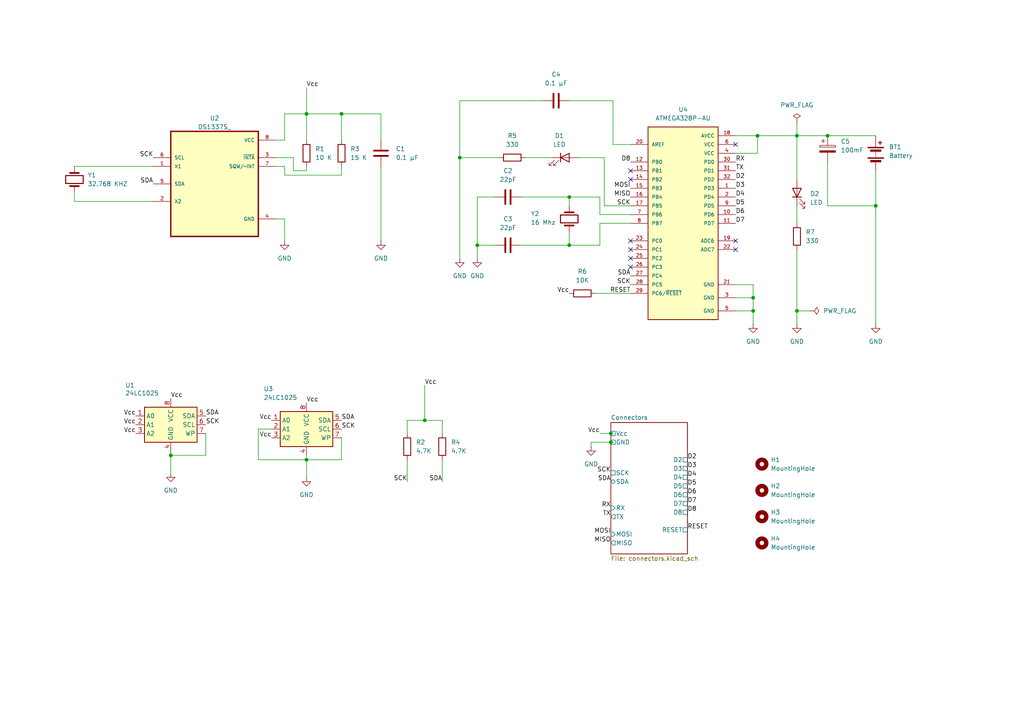
<source format=kicad_sch>
(kicad_sch (version 20250114) (generator "eeschema") (generator_version "9.0")
  (paper "A4")
  (title_block (title "${project_name}") (date "2025-08-06") (rev "1"))
  (lib_symbols
    (symbol "24LC1025_1"
      (property "Reference" "U3" (at -12.446 11.684 0))
      (property "Value" "24LC1025" (at -12.446 9.144 0))
      (symbol "24LC1025_1_1_1"
        (rectangle (start -7.62 5.08) (end 7.62 -5.08) (stroke (width 0.254)) (fill (type background)))
        (pin input line (at -10.16 2.54 0) (length 2.54) (name "A0") (number "1"))
        (pin input line (at -10.16 0 0) (length 2.54) (name "A1") (number "2"))
        (pin input line (at -10.16 -2.54 0) (length 2.54) (name "A2") (number "3"))
        (pin power_in line (at 0 7.62 270) (length 2.54) (name "VCC") (number "8"))
        (pin power_in line (at 0 -7.62 90) (length 2.54) (name "GND") (number "4"))
        (pin bidirectional line (at 10.16 2.54 180) (length 2.54) (name "SDA") (number "5"))
        (pin input line (at 10.16 0 180) (length 2.54) (name "SCL") (number "6"))
        (pin input line (at 10.16 -2.54 180) (length 2.54) (name "WP") (number "7"))
      )
    )
    (symbol "ATMEGA328P-AU:ATMEGA328P-AU" (pin_names (offset 1.016))
      (property "Reference" "U4" (at 0 33.02 0))
      (property "Value" "ATMEGA328P-AU" (at 0 30.48 0))
      (symbol "ATMEGA328P-AU_0_0"
        (rectangle (start -10.16 -27.94) (end 10.16 27.94) (stroke (width 0.254)) (fill (type background)))
        (pin input line (at -15.24 22.86 0) (length 5.08) (name "AREF") (number "20"))
        (pin bidirectional line (at -15.24 17.78 0) (length 5.08) (name "PB0") (number "12"))
        (pin bidirectional line (at -15.24 15.24 0) (length 5.08) (name "PB1") (number "13"))
        (pin bidirectional line (at -15.24 12.7 0) (length 5.08) (name "PB2") (number "14"))
        (pin bidirectional line (at -15.24 10.16 0) (length 5.08) (name "PB3") (number "15"))
        (pin bidirectional line (at -15.24 7.62 0) (length 5.08) (name "PB4") (number "16"))
        (pin bidirectional line (at -15.24 5.08 0) (length 5.08) (name "PB5") (number "17"))
        (pin bidirectional line (at -15.24 2.54 0) (length 5.08) (name "PB6") (number "7"))
        (pin bidirectional line (at -15.24 0 0) (length 5.08) (name "PB7") (number "8"))
        (pin bidirectional line (at -15.24 -5.08 0) (length 5.08) (name "PC0") (number "23"))
        (pin bidirectional line (at -15.24 -7.62 0) (length 5.08) (name "PC1") (number "24"))
        (pin bidirectional line (at -15.24 -10.16 0) (length 5.08) (name "PC2") (number "25"))
        (pin bidirectional line (at -15.24 -12.7 0) (length 5.08) (name "PC3") (number "26"))
        (pin bidirectional line (at -15.24 -15.24 0) (length 5.08) (name "PC4") (number "27"))
        (pin bidirectional line (at -15.24 -17.78 0) (length 5.08) (name "PC5") (number "28"))
        (pin bidirectional line (at -15.24 -20.32 0) (length 5.08) (name "PC6/~{RESET}") (number "29"))
        (pin power_in line (at 15.24 25.4 180) (length 5.08) (name "AVCC") (number "18"))
        (pin power_in line (at 15.24 22.86 180) (length 5.08) (name "VCC") (number "6"))
        (pin power_in line (at 15.24 20.32 180) (length 5.08) (name "VCC") (number "4"))
        (pin bidirectional line (at 15.24 17.78 180) (length 5.08) (name "PD0") (number "30"))
        (pin bidirectional line (at 15.24 15.24 180) (length 5.08) (name "PD1") (number "31"))
        (pin bidirectional line (at 15.24 12.7 180) (length 5.08) (name "PD2") (number "32"))
        (pin bidirectional line (at 15.24 10.16 180) (length 5.08) (name "PD3") (number "1"))
        (pin bidirectional line (at 15.24 7.62 180) (length 5.08) (name "PD4") (number "2"))
        (pin bidirectional line (at 15.24 5.08 180) (length 5.08) (name "PD5") (number "9"))
        (pin bidirectional line (at 15.24 2.54 180) (length 5.08) (name "PD6") (number "10"))
        (pin bidirectional line (at 15.24 0 180) (length 5.08) (name "PD7") (number "11"))
        (pin bidirectional line (at 15.24 -5.08 180) (length 5.08) (name "ADC6") (number "19"))
        (pin bidirectional line (at 15.24 -7.62 180) (length 5.08) (name "ADC7") (number "22"))
        (pin power_in line (at 15.24 -17.78 180) (length 5.08) (name "GND") (number "21"))
        (pin power_in line (at 15.24 -21.59 180) (length 5.08) (name "GND") (number "3"))
        (pin power_in line (at 15.24 -25.4 180) (length 5.08) (name "GND") (number "5"))
      )
    )
    (symbol "DS1337S_:DS1337S_" (pin_names (offset 1.016))
      (property "Reference" "U" (at -12.7 16.24 0))
      (property "Value" "DS1337S_" (at -12.7 -19.24 0))
      (symbol "DS1337S__0_0"
        (rectangle (start -12.7 -15.24) (end 12.7 15.24) (stroke (width 0.41)) (fill (type background)))
        (pin input line (at -17.78 7.62 0) (length 5.08) (name "SCL") (number "6"))
        (pin input line (at -17.78 5.08 0) (length 5.08) (name "X1") (number "1"))
        (pin bidirectional line (at -17.78 0 0) (length 5.08) (name "SDA") (number "5"))
        (pin bidirectional line (at -17.78 -5.08 0) (length 5.08) (name "X2") (number "2"))
        (pin power_in line (at 17.78 12.7 180) (length 5.08) (name "VCC") (number "8"))
        (pin output line (at 17.78 7.62 180) (length 5.08) (name "~{INTA}") (number "3"))
        (pin output line (at 17.78 5.08 180) (length 5.08) (name "SQW/~INT") (number "7"))
        (pin power_in line (at 17.78 -10.16 180) (length 5.08) (name "GND") (number "4"))
      )
    )
    (symbol "Device:Battery" (pin_numbers (hide yes)) (pin_names (offset 0) (hide yes))
      (property "Reference" "BT" (at 2.54 2.54 0))
      (property "Value" "Battery" (at 2.54 0 0))
      (symbol "Battery_0_1"
        (rectangle (start -2.286 1.778) (end 2.286 1.524) (fill (type outline)))
        (rectangle (start -2.286 -1.27) (end 2.286 -1.524) (fill (type outline)))
        (rectangle (start -1.524 1.016) (end 1.524 0.508) (fill (type outline)))
        (rectangle (start -1.524 -2.032) (end 1.524 -2.54) (fill (type outline)))
        (polyline (pts (xy 0 1.778) (xy 0 2.54)))
        (polyline (pts (xy 0 0) (xy 0 0.254)))
        (polyline (pts (xy 0 -0.508) (xy 0 -0.254)))
        (polyline (pts (xy 0 -1.016) (xy 0 -0.762)))
        (polyline (pts (xy 0.762 3.048) (xy 1.778 3.048)) (stroke (width 0.254)))
        (polyline (pts (xy 1.27 3.556) (xy 1.27 2.54)) (stroke (width 0.254)))
      )
      (symbol "Battery_1_1"
        (pin passive line (at 0 5.08 270) (length 2.54) (name "+") (number "1"))
        (pin passive line (at 0 -5.08 90) (length 2.54) (name "-") (number "2"))
      )
    )
    (symbol "Device:C" (pin_numbers (hide yes)) (pin_names (offset 0.254))
      (property "Reference" "C" (at 0.635 2.54 0))
      (property "Value" "C" (at 0.635 -2.54 0))
      (symbol "C_0_1"
        (polyline (pts (xy -2.032 0.762) (xy 2.032 0.762)) (stroke (width 0.508)))
        (polyline (pts (xy -2.032 -0.762) (xy 2.032 -0.762)) (stroke (width 0.508)))
      )
      (symbol "C_1_1"
        (pin passive line (at 0 3.81 270) (length 2.794) (name "~") (number "1"))
        (pin passive line (at 0 -3.81 90) (length 2.794) (name "~") (number "2"))
      )
    )
    (symbol "Device:C_Polarized" (pin_numbers (hide yes)) (pin_names (offset 0.254))
      (property "Reference" "C" (at 0.635 2.54 0))
      (property "Value" "C_Polarized" (at 0.635 -2.54 0))
      (symbol "C_Polarized_0_1"
        (rectangle (start -2.286 0.508) (end 2.286 1.016))
        (polyline (pts (xy -1.778 2.286) (xy -0.762 2.286)))
        (polyline (pts (xy -1.27 2.794) (xy -1.27 1.778)))
        (rectangle (start 2.286 -0.508) (end -2.286 -1.016) (fill (type outline)))
      )
      (symbol "C_Polarized_1_1"
        (pin passive line (at 0 3.81 270) (length 2.794) (name "~") (number "1"))
        (pin passive line (at 0 -3.81 90) (length 2.794) (name "~") (number "2"))
      )
    )
    (symbol "Device:Crystal" (pin_numbers (hide yes)) (pin_names (offset 1.016) (hide yes))
      (property "Reference" "Y" (at 0 3.81 0))
      (property "Value" "Crystal" (at 0 -3.81 0))
      (symbol "Crystal_0_1"
        (polyline (pts (xy -2.54 0) (xy -1.905 0)))
        (polyline (pts (xy -1.905 -1.27) (xy -1.905 1.27)) (stroke (width 0.508)))
        (rectangle (start -1.143 2.54) (end 1.143 -2.54) (stroke (width 0.3048)))
        (polyline (pts (xy 1.905 -1.27) (xy 1.905 1.27)) (stroke (width 0.508)))
        (polyline (pts (xy 2.54 0) (xy 1.905 0)))
      )
      (symbol "Crystal_1_1"
        (pin passive line (at -3.81 0 0) (length 1.27) (name "1") (number "1"))
        (pin passive line (at 3.81 0 180) (length 1.27) (name "2") (number "2"))
      )
    )
    (symbol "Device:LED" (pin_numbers (hide yes)) (pin_names (offset 1.016) (hide yes))
      (property "Reference" "D" (at 0 2.54 0))
      (property "Value" "LED" (at 0 -2.54 0))
      (symbol "LED_0_1"
        (polyline (pts (xy -3.048 -0.762) (xy -4.572 -2.286) (xy -3.81 -2.286) (xy -4.572 -2.286) (xy -4.572 -1.524)))
        (polyline (pts (xy -1.778 -0.762) (xy -3.302 -2.286) (xy -2.54 -2.286) (xy -3.302 -2.286) (xy -3.302 -1.524)))
        (polyline (pts (xy -1.27 0) (xy 1.27 0)))
        (polyline (pts (xy -1.27 -1.27) (xy -1.27 1.27)) (stroke (width 0.254)))
        (polyline (pts (xy 1.27 -1.27) (xy 1.27 1.27) (xy -1.27 0) (xy 1.27 -1.27)) (stroke (width 0.254)))
      )
      (symbol "LED_1_1"
        (pin passive line (at -3.81 0 0) (length 2.54) (name "K") (number "1"))
        (pin passive line (at 3.81 0 180) (length 2.54) (name "A") (number "2"))
      )
    )
    (symbol "Device:R" (pin_numbers (hide yes)) (pin_names (offset 0))
      (property "Reference" "R" (at 2.032 0 90))
      (property "Value" "R" (at 0 0 90))
      (symbol "R_0_1"
        (rectangle (start -1.016 -2.54) (end 1.016 2.54) (stroke (width 0.254)))
      )
      (symbol "R_1_1"
        (pin passive line (at 0 3.81 270) (length 1.27) (name "~") (number "1"))
        (pin passive line (at 0 -3.81 90) (length 1.27) (name "~") (number "2"))
      )
    )
    (symbol "Mechanical:MountingHole" (pin_names (offset 1.016)) (in_bom no)
      (property "Reference" "H" (at 0 5.08 0))
      (property "Value" "MountingHole" (at 0 3.175 0))
      (symbol "MountingHole_0_1"
        (circle (center 0 0) (radius 1.27) (stroke (width 1.27)))
      )
    )
    (symbol "Memory_EEPROM:24LC1025"
      (property "Reference" "U" (at -6.35 6.35 0))
      (property "Value" "24LC1025" (at 1.27 6.35 0))
      (symbol "24LC1025_1_1"
        (rectangle (start -7.62 5.08) (end 7.62 -5.08) (stroke (width 0.254)) (fill (type background)))
        (pin input line (at -10.16 2.54 0) (length 2.54) (name "A0") (number "1"))
        (pin input line (at -10.16 0 0) (length 2.54) (name "A1") (number "2"))
        (pin input line (at -10.16 -2.54 0) (length 2.54) (name "A2") (number "3"))
        (pin power_in line (at 0 7.62 270) (length 2.54) (name "VCC") (number "8"))
        (pin power_in line (at 0 -7.62 90) (length 2.54) (name "GND") (number "4"))
        (pin bidirectional line (at 10.16 2.54 180) (length 2.54) (name "SDA") (number "5"))
        (pin input line (at 10.16 0 180) (length 2.54) (name "SCL") (number "6"))
        (pin input line (at 10.16 -2.54 180) (length 2.54) (name "WP") (number "7"))
      )
    )
    (symbol "power:GND" (power) (pin_numbers (hide yes)) (pin_names (offset 0) (hide yes))
      (property "Value" "GND" (at 0 -3.81 0))
      (symbol "GND_0_1"
        (polyline (pts (xy 0 0) (xy 0 -1.27) (xy 1.27 -1.27) (xy 0 -2.54) (xy -1.27 -1.27) (xy 0 -1.27)))
      )
      (symbol "GND_1_1"
        (pin power_in line (at 0 0 270) (length 0) (name "~") (number "1"))
      )
    )
    (symbol "power:PWR_FLAG" (power) (pin_numbers (hide yes)) (pin_names (offset 0) (hide yes))
      (property "Value" "PWR_FLAG" (at 0 3.81 0))
      (symbol "PWR_FLAG_0_0"
        (pin power_out line (at 0 0 90) (length 0) (name "~") (number "1"))
      )
      (symbol "PWR_FLAG_0_1"
        (polyline (pts (xy 0 0) (xy 0 1.27) (xy -1.016 1.905) (xy 0 2.54) (xy 1.016 1.905) (xy 0 1.27)))
      )
    )
  )
  (junction (at 88.9 33.02))
  (junction (at 231.14 90.17))
  (junction (at 240.03 39.37))
  (junction (at 88.9 133.35))
  (junction (at 165.1 71.12))
  (junction (at 177.165 128.27))
  (junction (at 165.1 57.15))
  (junction (at 218.44 86.36))
  (junction (at 219.71 39.37))
  (junction (at 133.35 45.72))
  (junction (at 177.165 125.73))
  (junction (at 49.53 132.08))
  (junction (at 231.14 39.37))
  (junction (at 99.06 33.02))
  (junction (at 218.44 90.17))
  (junction (at 254 59.69))
  (junction (at 123.19 121.92))
  (junction (at 138.43 71.12))
  (no_connect (at 213.36 41.91))
  (no_connect (at 182.88 52.07))
  (no_connect (at 213.36 69.85))
  (no_connect (at 182.88 72.39))
  (no_connect (at 182.88 69.85))
  (no_connect (at 213.36 72.39))
  (no_connect (at 182.88 77.47))
  (no_connect (at 182.88 74.93))
  (no_connect (at 182.88 49.53))
  (wire (pts (xy 80.01 63.5) (xy 82.55 63.5)))
  (wire (pts (xy 99.06 33.02) (xy 110.49 33.02)))
  (wire (pts (xy 99.06 33.02) (xy 99.06 40.64)))
  (wire (pts (xy 128.27 121.92) (xy 128.27 125.73)))
  (wire (pts (xy 182.88 41.91) (xy 177.8 41.91)))
  (wire (pts (xy 118.11 133.35) (xy 118.11 139.7)))
  (wire (pts (xy 88.9 132.08) (xy 88.9 133.35)))
  (wire (pts (xy 59.69 125.73) (xy 59.69 132.08)))
  (wire (pts (xy 177.165 128.27) (xy 177.8 128.27)))
  (wire (pts (xy 177.8 29.21) (xy 165.1 29.21)))
  (wire (pts (xy 177.165 125.73) (xy 177.8 125.73)))
  (wire (pts (xy 78.74 124.46) (xy 74.93 124.46)))
  (wire (pts (xy 133.35 29.21) (xy 133.35 45.72)))
  (wire (pts (xy 59.69 132.08) (xy 49.53 132.08)))
  (wire (pts (xy 173.99 57.15) (xy 165.1 57.15)))
  (wire (pts (xy 88.9 25.4) (xy 88.9 33.02)))
  (wire (pts (xy 175.26 45.72) (xy 175.26 59.69)))
  (wire (pts (xy 82.55 33.02) (xy 88.9 33.02)))
  (wire (pts (xy 133.35 45.72) (xy 133.35 74.93)))
  (wire (pts (xy 82.55 48.26) (xy 82.55 50.8)))
  (wire (pts (xy 219.71 44.45) (xy 219.71 39.37)))
  (wire (pts (xy 231.14 59.69) (xy 231.14 64.77)))
  (wire (pts (xy 88.9 133.35) (xy 88.9 138.43)))
  (wire (pts (xy 49.53 130.81) (xy 49.53 132.08)))
  (wire (pts (xy 213.36 86.36) (xy 218.44 86.36)))
  (wire (pts (xy 213.36 90.17) (xy 218.44 90.17)))
  (wire (pts (xy 218.44 82.55) (xy 218.44 86.36)))
  (wire (pts (xy 80.01 45.72) (xy 85.09 45.72)))
  (wire (pts (xy 123.19 121.92) (xy 128.27 121.92)))
  (wire (pts (xy 138.43 57.15) (xy 138.43 71.12)))
  (wire (pts (xy 182.88 64.77) (xy 173.99 64.77)))
  (wire (pts (xy 231.14 39.37) (xy 240.03 39.37)))
  (wire (pts (xy 171.45 128.27) (xy 177.165 128.27)))
  (wire (pts (xy 123.19 111.76) (xy 123.19 121.92)))
  (wire (pts (xy 110.49 33.02) (xy 110.49 40.64)))
  (wire (pts (xy 151.13 57.15) (xy 165.1 57.15)))
  (wire (pts (xy 173.99 64.77) (xy 173.99 71.12)))
  (wire (pts (xy 118.11 121.92) (xy 123.19 121.92)))
  (wire (pts (xy 80.01 48.26) (xy 82.55 48.26)))
  (wire (pts (xy 21.59 55.88) (xy 21.59 58.42)))
  (wire (pts (xy 231.14 39.37) (xy 231.14 52.07)))
  (wire (pts (xy 99.06 127) (xy 99.06 133.35)))
  (wire (pts (xy 82.55 40.64) (xy 82.55 33.02)))
  (wire (pts (xy 218.44 86.36) (xy 218.44 90.17)))
  (wire (pts (xy 80.01 40.64) (xy 82.55 40.64)))
  (wire (pts (xy 85.09 45.72) (xy 85.09 49.53)))
  (wire (pts (xy 213.36 44.45) (xy 219.71 44.45)))
  (wire (pts (xy 74.93 133.35) (xy 88.9 133.35)))
  (wire (pts (xy 172.72 85.09) (xy 182.88 85.09)))
  (wire (pts (xy 165.1 71.12) (xy 165.1 67.31)))
  (wire (pts (xy 118.11 125.73) (xy 118.11 121.92)))
  (wire (pts (xy 240.03 59.69) (xy 254 59.69)))
  (wire (pts (xy 82.55 50.8) (xy 99.06 50.8)))
  (wire (pts (xy 213.36 82.55) (xy 218.44 82.55)))
  (wire (pts (xy 177.8 41.91) (xy 177.8 29.21)))
  (wire (pts (xy 143.51 71.12) (xy 138.43 71.12)))
  (wire (pts (xy 254 49.53) (xy 254 59.69)))
  (wire (pts (xy 74.93 124.46) (xy 74.93 133.35)))
  (wire (pts (xy 231.14 90.17) (xy 231.14 93.98)))
  (wire (pts (xy 231.14 90.17) (xy 234.95 90.17)))
  (wire (pts (xy 165.1 57.15) (xy 165.1 59.69)))
  (wire (pts (xy 240.03 39.37) (xy 254 39.37)))
  (wire (pts (xy 49.53 132.08) (xy 49.53 137.16)))
  (wire (pts (xy 110.49 48.26) (xy 110.49 69.85)))
  (wire (pts (xy 231.14 35.56) (xy 231.14 39.37)))
  (wire (pts (xy 157.48 29.21) (xy 133.35 29.21)))
  (wire (pts (xy 21.59 48.26) (xy 44.45 48.26)))
  (wire (pts (xy 85.09 49.53) (xy 88.9 49.53)))
  (wire (pts (xy 151.13 71.12) (xy 165.1 71.12)))
  (wire (pts (xy 175.26 59.69) (xy 182.88 59.69)))
  (wire (pts (xy 138.43 71.12) (xy 138.43 74.93)))
  (wire (pts (xy 173.99 62.23) (xy 173.99 57.15)))
  (wire (pts (xy 254 59.69) (xy 254 93.98)))
  (wire (pts (xy 99.06 133.35) (xy 88.9 133.35)))
  (wire (pts (xy 173.99 71.12) (xy 165.1 71.12)))
  (wire (pts (xy 213.36 39.37) (xy 219.71 39.37)))
  (wire (pts (xy 171.45 128.27) (xy 171.45 129.54)))
  (wire (pts (xy 88.9 33.02) (xy 99.06 33.02)))
  (wire (pts (xy 99.06 48.26) (xy 99.06 50.8)))
  (wire (pts (xy 143.51 57.15) (xy 138.43 57.15)))
  (wire (pts (xy 128.27 133.35) (xy 128.27 139.7)))
  (wire (pts (xy 144.78 45.72) (xy 133.35 45.72)))
  (wire (pts (xy 152.4 45.72) (xy 160.02 45.72)))
  (wire (pts (xy 219.71 39.37) (xy 231.14 39.37)))
  (wire (pts (xy 21.59 58.42) (xy 44.45 58.42)))
  (wire (pts (xy 240.03 46.99) (xy 240.03 59.69)))
  (wire (pts (xy 231.14 72.39) (xy 231.14 90.17)))
  (wire (pts (xy 88.9 33.02) (xy 88.9 40.64)))
  (wire (pts (xy 82.55 63.5) (xy 82.55 69.85)))
  (wire (pts (xy 182.88 62.23) (xy 173.99 62.23)))
  (wire (pts (xy 218.44 90.17) (xy 218.44 93.98)))
  (wire (pts (xy 88.9 49.53) (xy 88.9 48.26)))
  (wire (pts (xy 167.64 45.72) (xy 175.26 45.72)))
  (wire (pts (xy 173.99 125.73) (xy 177.165 125.73)))
  (label "SCK" (at 59.69 123.19 0))
  (label "Vcc" (at 88.9 116.84 0))
  (label "D6" (at 199.39 143.51 0))
  (label "D2" (at 199.39 133.35 0))
  (label "SDA" (at 182.88 80.01 180))
  (label "SDA" (at 128.27 139.7 180))
  (label "SCK" (at 99.06 124.46 0))
  (label "D2" (at 213.36 52.07 0))
  (label "D7" (at 213.36 64.77 0))
  (label "Vcc" (at 88.9 25.4 0))
  (label "RESET" (at 199.39 153.67 0))
  (label "Vcc" (at 173.99 125.73 180))
  (label "Vcc" (at 78.74 121.92 180))
  (label "D4" (at 199.39 138.43 0))
  (label "SCK" (at 118.11 139.7 180))
  (label "SCK" (at 44.45 45.72 180))
  (label "Vcc" (at 123.19 111.76 0))
  (label "RX" (at 177.165 147.32 180))
  (label "D5" (at 213.36 59.69 0))
  (label "RX" (at 213.36 46.99 0))
  (label "D5" (at 199.39 140.97 0))
  (label "Vcc" (at 78.74 127 180))
  (label "SDA" (at 44.45 53.34 180))
  (label "MOSI" (at 182.88 54.61 180))
  (label "Vcc" (at 165.1 85.09 180))
  (label "TX" (at 213.36 49.53 0))
  (label "SCK" (at 177.165 137.16 180))
  (label "Vcc" (at 49.53 115.57 0))
  (label "SDA" (at 177.165 139.7 180))
  (label "D3" (at 199.39 135.89 0))
  (label "SDA" (at 99.06 121.92 0))
  (label "SDA" (at 59.69 120.65 0))
  (label "MISO" (at 177.165 157.48 180))
  (label "SCK" (at 182.88 82.55 180))
  (label "D8" (at 199.39 148.59 0))
  (label "Vcc" (at 39.37 123.19 180))
  (label "SCK" (at 182.88 59.69 180))
  (label "MOSI" (at 177.165 154.94 180))
  (label "Vcc" (at 39.37 125.73 180))
  (label "D7" (at 199.39 146.05 0))
  (label "Vcc" (at 39.37 120.65 180))
  (label "D3" (at 213.36 54.61 0))
  (label "D6" (at 213.36 62.23 0))
  (label "RESET" (at 182.88 85.09 180))
  (label "MISO" (at 182.88 57.15 180))
  (label "D8" (at 182.88 46.99 180))
  (label "TX" (at 177.165 149.86 180))
  (label "D4" (at 213.36 57.15 0))
  (symbol (lib_id "Device:R") (at 231.14 68.58 0) (unit 1)
    (property "Reference" "R7" (at 233.68 67.3099 0) (effects (justify left)))
    (property "Value" "330" (at 233.68 69.8499 0) (effects (justify left)))
    (property "Footprint" "Resistor_SMD:R_0805_2012Metric" (effects (hide yes)))
    (property "Description" "Resistor" (effects (hide yes)))
  )
  (symbol (lib_id "Device:C") (at 147.32 57.15 90) (unit 1)
    (property "Reference" "C2" (at 147.32 49.53 90))
    (property "Value" "22pF" (at 147.32 52.07 90))
    (property "Footprint" "Capacitor_SMD:C_0805_2012Metric" (effects (hide yes)))
    (property "Description" "Unpolarized capacitor" (effects (hide yes)))
  )
  (symbol (lib_id "power:GND") (at 110.49 69.85 0) (unit 1)
    (property "Reference" "#PWR02" (effects (hide yes)))
    (property "Value" "GND" (at 110.49 74.93 0))
    (property "Description" "Power symbol creates a global label with name \"GND\" , ground" (effects (hide yes)))
  )
  (symbol (lib_id "Device:Battery") (at 254 44.45 0) (unit 1)
    (property "Reference" "BT1" (at 257.81 42.6084 0) (effects (justify left)))
    (property "Value" "Battery" (at 257.81 45.1484 0) (effects (justify left)))
    (property "Footprint" "Connector_PinHeader_2.54mm:PinHeader_1x02_P2.54mm_Vertical" (effects (hide yes)))
    (property "Description" "Multiple-cell battery" (effects (hide yes)))
  )
  (symbol (lib_id "power:GND") (at 254 93.98 0) (unit 1)
    (property "Reference" "#PWR07" (effects (hide yes)))
    (property "Value" "GND" (at 254 99.06 0))
    (property "Description" "Power symbol creates a global label with name \"GND\" , ground" (effects (hide yes)))
  )
  (symbol (lib_id "Device:R") (at 148.59 45.72 90) (unit 1)
    (property "Reference" "R5" (at 148.59 39.37 90))
    (property "Value" "330" (at 148.59 41.91 90))
    (property "Footprint" "Resistor_SMD:R_0805_2012Metric" (effects (hide yes)))
    (property "Description" "Resistor" (effects (hide yes)))
  )
  (symbol (lib_id "power:GND") (at 49.53 137.16 0) (unit 1)
    (property "Reference" "#PWR04" (effects (hide yes)))
    (property "Value" "GND" (at 49.53 142.24 0))
    (property "Description" "Power symbol creates a global label with name \"GND\" , ground" (effects (hide yes)))
  )
  (symbol (lib_id "Mechanical:MountingHole") (at 220.98 134.62 0) (unit 1) (in_bom no)
    (property "Reference" "H1" (at 223.52 133.3499 0) (effects (justify left)))
    (property "Value" "MountingHole" (at 223.52 135.8899 0) (effects (justify left)))
    (property "Footprint" "MountingHole:MountingHole_2.1mm" (effects (hide yes)))
    (property "Description" "Mounting Hole without connection" (effects (hide yes)))
  )
  (symbol (lib_id "Device:C") (at 161.29 29.21 90) (unit 1)
    (property "Reference" "C4" (at 161.29 21.59 90))
    (property "Value" "0.1 µF" (at 161.29 24.13 90))
    (property "Footprint" "Capacitor_SMD:C_0805_2012Metric" (effects (hide yes)))
    (property "Description" "Unpolarized capacitor" (effects (hide yes)))
  )
  (symbol (lib_id "DS1337S_:DS1337S_") (at 62.23 53.34 0) (unit 1)
    (property "Reference" "U2" (at 62.23 34.29 0))
    (property "Value" "DS1337S_" (at 62.23 36.83 0))
    (property "Footprint" "Footprints:SOIC127P600X175-8N" (effects (hide yes)))
    (property "MF" "Analog Devices" (effects (hide yes)))
    (property "Description_1" "I²C Serial Real-Time Clock" (effects (hide yes)))
    (property "Package" "SOIC-8 Maxim" (effects (hide yes)))
    (property "Price" "None" (effects (hide yes)))
    (property "SnapEDA_Link" "https://www.snapeda.com/parts/DS1337S+/Analog+Devices/view-part/?ref=snap" (effects (hide yes)))
    (property "MP" "DS1337S+" (effects (hide yes)))
    (property "Availability" "In Stock" (effects (hide yes)))
    (property "Check_prices" "https://www.snapeda.com/parts/DS1337S+/Analog+Devices/view-part/?ref=eda" (effects (hide yes)))
  )
  (symbol (lib_id "Device:C") (at 110.49 44.45 0) (unit 1)
    (property "Reference" "C1" (at 114.808 43.18 0) (effects (justify left)))
    (property "Value" "0.1 µF" (at 114.808 45.72 0) (effects (justify left)))
    (property "Footprint" "Capacitor_SMD:C_0805_2012Metric" (effects (hide yes)))
    (property "Description" "Unpolarized capacitor" (effects (hide yes)))
  )
  (symbol (lib_id "Device:LED") (at 163.83 45.72 0) (unit 1)
    (property "Reference" "D1" (at 162.2425 39.37 0))
    (property "Value" "LED" (at 162.2425 41.91 0))
    (property "Footprint" "LED_SMD:LED_0805_2012Metric_Pad1.15x1.40mm_HandSolder" (effects (hide yes)))
    (property "Description" "Light emitting diode" (effects (hide yes)))
    (property "Sim.Pins" "1=K 2=A" (effects (hide yes)))
  )
  (symbol (lib_id "Device:Crystal") (at 165.1 63.5 90) (unit 1)
    (property "Reference" "Y2" (at 153.924 61.976 90) (effects (justify right)))
    (property "Value" "16 Mhz" (at 153.924 64.516 90) (effects (justify right)))
    (property "Footprint" "Crystal:Crystal_SMD_5032-2Pin_5.0x3.2mm_HandSoldering" (effects (hide yes)))
    (property "Description" "Two pin crystal" (effects (hide yes)))
  )
  (symbol (lib_id "Device:R") (at 88.9 44.45 0) (unit 1)
    (property "Reference" "R1" (at 91.44 43.1799 0) (effects (justify left)))
    (property "Value" "10 K" (at 91.44 45.7199 0) (effects (justify left)))
    (property "Footprint" "Resistor_SMD:R_0805_2012Metric" (effects (hide yes)))
    (property "Description" "Resistor" (effects (hide yes)))
  )
  (symbol (lib_id "Device:LED") (at 231.14 55.88 90) (unit 1)
    (property "Reference" "D2" (at 234.95 56.1974 90) (effects (justify right)))
    (property "Value" "LED" (at 234.95 58.7374 90) (effects (justify right)))
    (property "Footprint" "LED_SMD:LED_0805_2012Metric_Pad1.15x1.40mm_HandSolder" (effects (hide yes)))
    (property "Description" "Light emitting diode" (effects (hide yes)))
    (property "Sim.Pins" "1=K 2=A" (effects (hide yes)))
  )
  (symbol (lib_id "Mechanical:MountingHole") (at 220.98 149.86 0) (unit 1) (in_bom no)
    (property "Reference" "H3" (at 223.52 148.5899 0) (effects (justify left)))
    (property "Value" "MountingHole" (at 223.52 151.1299 0) (effects (justify left)))
    (property "Footprint" "MountingHole:MountingHole_2.1mm" (effects (hide yes)))
    (property "Description" "Mounting Hole without connection" (effects (hide yes)))
  )
  (symbol (lib_id "Device:C_Polarized") (at 240.03 43.18 0) (unit 1)
    (property "Reference" "C5" (at 243.84 41.0209 0) (effects (justify left)))
    (property "Value" "100mF" (at 243.84 43.5609 0) (effects (justify left)))
    (property "Footprint" "Capacitor_SMD:C_0805_2012Metric" (effects (hide yes)))
    (property "Description" "Polarized capacitor" (effects (hide yes)))
  )
  (symbol (lib_id "Device:R") (at 168.91 85.09 90) (unit 1)
    (property "Reference" "R6" (at 168.91 78.74 90))
    (property "Value" "10K" (at 168.91 81.28 90))
    (property "Footprint" "Resistor_SMD:R_0805_2012Metric" (effects (hide yes)))
    (property "Description" "Resistor" (effects (hide yes)))
  )
  (symbol (lib_id "Device:R") (at 99.06 44.45 0) (unit 1)
    (property "Reference" "R3" (at 101.6 43.1799 0) (effects (justify left)))
    (property "Value" "15 K" (at 101.6 45.7199 0) (effects (justify left)))
    (property "Footprint" "Resistor_SMD:R_0805_2012Metric" (effects (hide yes)))
    (property "Description" "Resistor" (effects (hide yes)))
  )
  (symbol (lib_id "power:GND") (at 138.43 74.93 0) (unit 1)
    (property "Reference" "#PWR08" (effects (hide yes)))
    (property "Value" "GND" (at 138.43 80.01 0))
    (property "Description" "Power symbol creates a global label with name \"GND\" , ground" (effects (hide yes)))
  )
  (symbol (lib_id "power:GND") (at 231.14 93.98 0) (unit 1)
    (property "Reference" "#PWR06" (effects (hide yes)))
    (property "Value" "GND" (at 231.14 99.06 0))
    (property "Description" "Power symbol creates a global label with name \"GND\" , ground" (effects (hide yes)))
  )
  (symbol (lib_id "power:PWR_FLAG") (at 234.95 90.17 270) (unit 1)
    (property "Reference" "#FLG02" (effects (hide yes)))
    (property "Value" "PWR_FLAG" (at 238.76 90.1699 90) (effects (justify left)))
    (property "Description" "Special symbol for telling ERC where power comes from" (effects (hide yes)))
  )
  (symbol (lib_id "power:GND") (at 82.55 69.85 0) (unit 1)
    (property "Reference" "#PWR01" (effects (hide yes)))
    (property "Value" "GND" (at 82.55 74.93 0))
    (property "Description" "Power symbol creates a global label with name \"GND\" , ground" (effects (hide yes)))
  )
  (symbol (lib_id "power:GND") (at 218.44 93.98 0) (unit 1)
    (property "Reference" "#PWR05" (effects (hide yes)))
    (property "Value" "GND" (at 218.44 99.06 0))
    (property "Description" "Power symbol creates a global label with name \"GND\" , ground" (effects (hide yes)))
  )
  (symbol (lib_id "power:GND") (at 88.9 138.43 0) (unit 1)
    (property "Reference" "#PWR03" (effects (hide yes)))
    (property "Value" "GND" (at 88.9 143.51 0))
    (property "Description" "Power symbol creates a global label with name \"GND\" , ground" (effects (hide yes)))
  )
  (symbol (lib_id "ATMEGA328P-AU:ATMEGA328P-AU") (at 198.12 64.77 0) (unit 1)
    (property "Reference" "U4" (at 198.12 31.75 0))
    (property "Value" "ATMEGA328P-AU" (at 198.12 34.29 0))
    (property "Footprint" "Footprints:QFP80P900X900X120-32N" (effects (hide yes)))
    (property "MF" "Microchip" (effects (hide yes)))
    (property "MAXIMUM_PACKAGE_HEIGHT" "1.20mm" (effects (hide yes)))
    (property "Package" "TQFP-32 Microchip" (effects (hide yes)))
    (property "Price" "None" (effects (hide yes)))
    (property "Check_prices" "https://www.snapeda.com/parts/ATMEGA328P-AU/Microchip/view-part/?ref=eda" (effects (hide yes)))
    (property "STANDARD" "IPC-7351B" (effects (hide yes)))
    (property "PARTREV" "8271A" (effects (hide yes)))
    (property "SnapEDA_Link" "https://www.snapeda.com/parts/ATMEGA328P-AU/Microchip/view-part/?ref=snap" (effects (hide yes)))
    (property "MP" "ATMEGA328P-AU" (effects (hide yes)))
    (property "Description_1" "AVR AVR® ATmega Microcontroller IC 8-Bit 20MHz 32KB (16K x 16) FLASH 32-TQFP (7x7)" (effects (hide yes)))
    (property "Availability" "In Stock" (effects (hide yes)))
    (property "MANUFACTURER" "Microchip" (effects (hide yes)))
  )
  (symbol (lib_id "Mechanical:MountingHole") (at 220.98 157.48 0) (unit 1) (in_bom no)
    (property "Reference" "H4" (at 223.52 156.2099 0) (effects (justify left)))
    (property "Value" "MountingHole" (at 223.52 158.7499 0) (effects (justify left)))
    (property "Footprint" "MountingHole:MountingHole_2.1mm" (effects (hide yes)))
    (property "Description" "Mounting Hole without connection" (effects (hide yes)))
  )
  (symbol (lib_id "Device:R") (at 128.27 129.54 0) (unit 1)
    (property "Reference" "R4" (at 130.81 128.2699 0) (effects (justify left)))
    (property "Value" "4.7K" (at 130.81 130.8099 0) (effects (justify left)))
    (property "Footprint" "Resistor_SMD:R_0805_2012Metric" (effects (hide yes)))
    (property "Description" "Resistor" (effects (hide yes)))
  )
  (symbol (lib_id "Mechanical:MountingHole") (at 220.98 142.24 0) (unit 1) (in_bom no)
    (property "Reference" "H2" (at 223.52 140.9699 0) (effects (justify left)))
    (property "Value" "MountingHole" (at 223.52 143.5099 0) (effects (justify left)))
    (property "Footprint" "MountingHole:MountingHole_2.1mm" (effects (hide yes)))
    (property "Description" "Mounting Hole without connection" (effects (hide yes)))
  )
  (symbol (lib_id "Memory_EEPROM:24LC1025") (at 49.53 123.19 0) (unit 1)
    (property "Reference" "U1" (at 36.322 111.76 0) (effects (justify left)))
    (property "Value" "24LC1025" (at 36.322 114.046 0) (effects (justify left)))
    (property "Footprint" "Package_SO:SOIC-8_5.3x5.3mm_P1.27mm" (effects (hide yes)))
    (property "Datasheet" "http://ww1.microchip.com/downloads/en/DeviceDoc/21941B.pdf" (effects (hide yes)))
    (property "Description" "I2C Serial EEPROM, 1024Kb, DIP-8/SOIC-8/TSSOP-8/DFN-8" (effects (hide yes)))
  )
  (symbol (lib_id "Device:C") (at 147.32 71.12 90) (unit 1)
    (property "Reference" "C3" (at 147.32 63.5 90))
    (property "Value" "22pF" (at 147.32 66.04 90))
    (property "Footprint" "Capacitor_SMD:C_0805_2012Metric" (effects (hide yes)))
    (property "Description" "Unpolarized capacitor" (effects (hide yes)))
  )
  (symbol (lib_id "power:GND") (at 171.45 129.54 0) (unit 1)
    (property "Reference" "#PWR010" (effects (hide yes)))
    (property "Value" "GND" (at 171.45 134.62 0))
    (property "Description" "Power symbol creates a global label with name \"GND\" , ground" (effects (hide yes)))
  )
  (symbol (lib_id "Device:Crystal") (at 21.59 52.07 90) (unit 1)
    (property "Reference" "Y1" (at 25.4 50.7999 90) (effects (justify right)))
    (property "Value" "32.768 KHZ" (at 25.4 53.3399 90) (effects (justify right)))
    (property "Footprint" "Crystal:Crystal_SMD_5032-2Pin_5.0x3.2mm_HandSoldering" (effects (hide yes)))
    (property "Description" "Two pin crystal" (effects (hide yes)))
  )
  (symbol (lib_id "Device:R") (at 118.11 129.54 0) (unit 1)
    (property "Reference" "R2" (at 120.65 128.2699 0) (effects (justify left)))
    (property "Value" "4.7K" (at 120.65 130.8099 0) (effects (justify left)))
    (property "Footprint" "Resistor_SMD:R_0805_2012Metric" (effects (hide yes)))
    (property "Description" "Resistor" (effects (hide yes)))
  )
  (symbol (lib_id "power:GND") (at 133.35 74.93 0) (unit 1)
    (property "Reference" "#PWR09" (effects (hide yes)))
    (property "Value" "GND" (at 133.35 80.01 0))
    (property "Description" "Power symbol creates a global label with name \"GND\" , ground" (effects (hide yes)))
  )
  (symbol (lib_name "24LC1025_1") (lib_id "Memory_EEPROM:24LC1025") (at 88.9 124.46 0) (unit 1)
    (property "Reference" "U3" (at 76.454 112.776 0) (effects (justify left)))
    (property "Value" "24LC1025" (at 76.454 115.316 0) (effects (justify left)))
    (property "Footprint" "Package_SO:SOIC-8_5.3x5.3mm_P1.27mm" (effects (hide yes)))
    (property "Datasheet" "http://ww1.microchip.com/downloads/en/DeviceDoc/21941B.pdf" (effects (hide yes)))
    (property "Description" "I2C Serial EEPROM, 1024Kb, DIP-8/SOIC-8/TSSOP-8/DFN-8" (effects (hide yes)))
  )
  (symbol (lib_id "power:PWR_FLAG") (at 231.14 35.56 0) (unit 1)
    (property "Reference" "#FLG01" (effects (hide yes)))
    (property "Value" "PWR_FLAG" (at 231.14 30.48 0))
    (property "Description" "Special symbol for telling ERC where power comes from" (effects (hide yes)))
  )
  (sheet (at 177.165 122.555) (size 22.225 38.1) (stroke (width 0.1524))
    (property "Sheetname" "Connectors" (at 177.165 121.8434 0) (effects (justify left bottom)))
    (property "Sheetfile" "connectors.kicad_sch" (at 177.165 161.2396 0) (effects (justify left top)))
    (pin "D2" passive (at 199.39 133.35 0))
    (pin "D3" passive (at 199.39 135.89 0))
    (pin "D4" passive (at 199.39 138.43 0))
    (pin "D5" passive (at 199.39 140.97 0))
    (pin "D6" passive (at 199.39 143.51 0))
    (pin "D7" passive (at 199.39 146.05 0))
    (pin "D8" passive (at 199.39 148.59 0))
    (pin "GND" passive (at 177.165 128.27 180))
    (pin "MISO" output (at 177.165 157.48 180))
    (pin "MOSI" input (at 177.165 154.94 180))
    (pin "RESET" passive (at 199.39 153.67 0))
    (pin "RX" input (at 177.165 147.32 180))
    (pin "SCK" passive (at 177.165 137.16 180))
    (pin "SDA" bidirectional (at 177.165 139.7 180))
    (pin "TX" output (at 177.165 149.86 180))
    (pin "Vcc" passive (at 177.165 125.73 180))
  )
)
</source>
